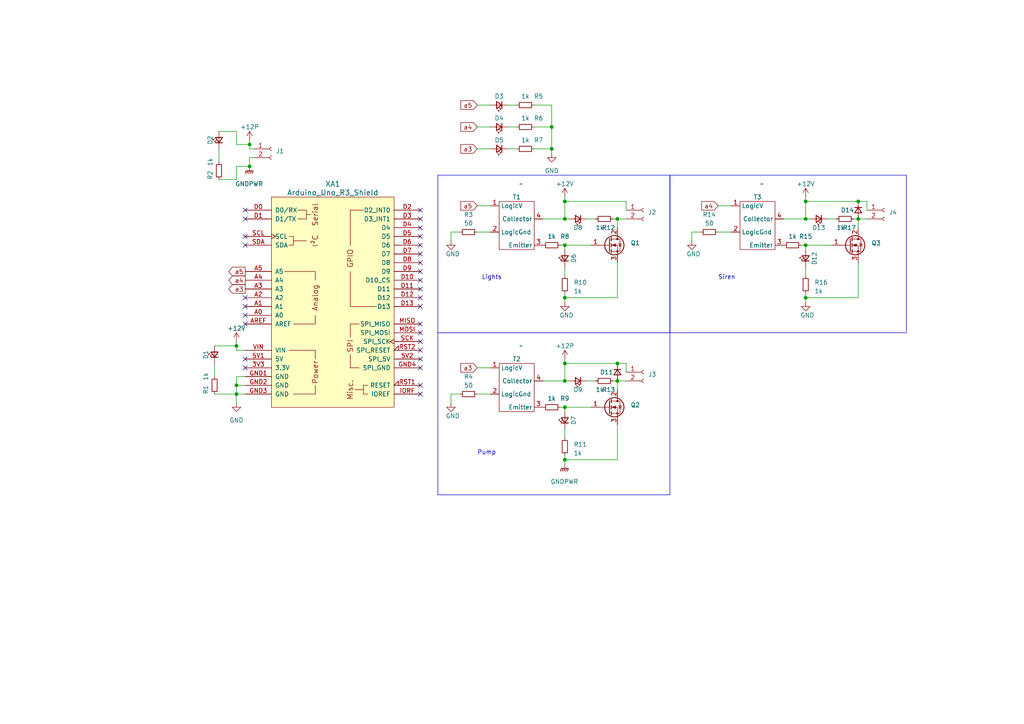
<source format=kicad_sch>
(kicad_sch (version 20230121) (generator eeschema)
  (paper "A4")
  (lib_symbols
    (symbol "Connector:Conn_01x02_Socket" (pin_names (offset 1.016) hide)
      (property "Reference" "J" (at 0 2.54 0))
      (property "Value" "Conn_01x02_Socket" (at 0 -5.08 0))
      (symbol "Conn_01x02_Socket_1_1"
        (arc (start 0 -2.032) (mid -0.5058 -2.54) (end 0 -3.048) (stroke (width 0.1524)))
        (polyline (pts (xy -1.27 -2.54) (xy -0.508 -2.54)) (stroke (width 0.1524)))
        (polyline (pts (xy -1.27 0) (xy -0.508 0)) (stroke (width 0.1524)))
        (arc (start 0 0.508) (mid -0.5058 0) (end 0 -0.508) (stroke (width 0.1524)))
        (pin passive line (at -5.08 0 0) (length 3.81) (name "Pin_1") (number "1"))
        (pin passive line (at -5.08 -2.54 0) (length 3.81) (name "Pin_2") (number "2"))
      )
    )
    (symbol "Device:D_Small" (pin_numbers hide) (pin_names (offset 0.254) hide)
      (property "Reference" "D" (at -1.27 2.032 0))
      (property "Value" "D_Small" (at -3.81 -2.032 0))
      (symbol "D_Small_0_1"
        (polyline (pts (xy -0.762 -1.016) (xy -0.762 1.016)) (stroke (width 0.254)))
        (polyline (pts (xy -0.762 0) (xy 0.762 0)))
        (polyline (pts (xy 0.762 -1.016) (xy -0.762 0) (xy 0.762 1.016) (xy 0.762 -1.016)) (stroke (width 0.254)))
      )
      (symbol "D_Small_1_1"
        (pin passive line (at -2.54 0 0) (length 1.778) (name "K") (number "1"))
        (pin passive line (at 2.54 0 180) (length 1.778) (name "A") (number "2"))
      )
    )
    (symbol "Device:LED_Small" (pin_numbers hide) (pin_names (offset 0.254) hide)
      (property "Reference" "D" (at -1.27 3.175 0))
      (property "Value" "LED_Small" (at -4.445 -2.54 0))
      (symbol "LED_Small_0_1"
        (polyline (pts (xy -0.762 -1.016) (xy -0.762 1.016)) (stroke (width 0.254)))
        (polyline (pts (xy 1.016 0) (xy -0.762 0)))
        (polyline (pts (xy 0.762 -1.016) (xy -0.762 0) (xy 0.762 1.016) (xy 0.762 -1.016)) (stroke (width 0.254)))
        (polyline (pts (xy 0 0.762) (xy -0.508 1.27) (xy -0.254 1.27) (xy -0.508 1.27) (xy -0.508 1.016)))
        (polyline (pts (xy 0.508 1.27) (xy 0 1.778) (xy 0.254 1.778) (xy 0 1.778) (xy 0 1.524)))
      )
      (symbol "LED_Small_1_1"
        (pin passive line (at -2.54 0 0) (length 1.778) (name "K") (number "1"))
        (pin passive line (at 2.54 0 180) (length 1.778) (name "A") (number "2"))
      )
    )
    (symbol "Device:Q_NMOS_GDS" (pin_names (offset 0) hide)
      (property "Reference" "Q" (at 5.08 1.27 0))
      (property "Value" "Q_NMOS_GDS" (at 5.08 -1.27 0))
      (symbol "Q_NMOS_GDS_0_1"
        (polyline (pts (xy 0.254 0) (xy -2.54 0)))
        (polyline (pts (xy 0.254 1.905) (xy 0.254 -1.905)) (stroke (width 0.254)))
        (polyline (pts (xy 0.762 -1.27) (xy 0.762 -2.286)) (stroke (width 0.254)))
        (polyline (pts (xy 0.762 0.508) (xy 0.762 -0.508)) (stroke (width 0.254)))
        (polyline (pts (xy 0.762 2.286) (xy 0.762 1.27)) (stroke (width 0.254)))
        (polyline (pts (xy 2.54 2.54) (xy 2.54 1.778)))
        (polyline (pts (xy 2.54 -2.54) (xy 2.54 0) (xy 0.762 0)))
        (polyline (pts (xy 0.762 -1.778) (xy 3.302 -1.778) (xy 3.302 1.778) (xy 0.762 1.778)))
        (polyline (pts (xy 1.016 0) (xy 2.032 0.381) (xy 2.032 -0.381) (xy 1.016 0)) (fill (type outline)))
        (polyline (pts (xy 2.794 0.508) (xy 2.921 0.381) (xy 3.683 0.381) (xy 3.81 0.254)))
        (polyline (pts (xy 3.302 0.381) (xy 2.921 -0.254) (xy 3.683 -0.254) (xy 3.302 0.381)))
        (circle (center 1.651 0) (radius 2.794) (stroke (width 0.254)))
        (circle (center 2.54 -1.778) (radius 0.254) (fill (type outline)))
        (circle (center 2.54 1.778) (radius 0.254) (fill (type outline)))
      )
      (symbol "Q_NMOS_GDS_1_1"
        (pin input line (at -5.08 0 0) (length 2.54) (name "G") (number "1"))
        (pin passive line (at 2.54 5.08 270) (length 2.54) (name "D") (number "2"))
        (pin passive line (at 2.54 -5.08 90) (length 2.54) (name "S") (number "3"))
      )
    )
    (symbol "Device:R_Small" (pin_numbers hide) (pin_names (offset 0.254) hide)
      (property "Reference" "R" (at 0.762 0.508 0))
      (property "Value" "R_Small" (at 0.762 -1.016 0))
      (symbol "R_Small_0_1"
        (rectangle (start -0.762 1.778) (end 0.762 -1.778) (stroke (width 0.2032)))
      )
      (symbol "R_Small_1_1"
        (pin passive line (at 0 2.54 270) (length 0.762) (name "~") (number "1"))
        (pin passive line (at 0 -2.54 90) (length 0.762) (name "~") (number "2"))
      )
    )
    (symbol "PCM_arduino-library:Arduino_Uno_R3_Shield" (pin_names (offset 1.016))
      (property "Reference" "XA" (at 0 36.83 0))
      (property "Value" "Arduino_Uno_R3_Shield" (at 0 33.02 0))
      (symbol "Arduino_Uno_R3_Shield_0_0"
        (rectangle (start -17.78 30.48) (end 17.78 -30.48) (fill (type background)))
        (rectangle (start -12.7 -13.97) (end -5.08 -13.97))
        (rectangle (start -11.43 -26.67) (end -5.08 -26.67))
        (polyline (pts (xy -11.43 17.78) (xy -7.62 17.78)))
        (polyline (pts (xy -7.62 25.4) (xy -6.35 25.4)))
        (polyline (pts (xy -5.08 -26.67) (xy -5.08 -24.13)))
        (polyline (pts (xy -5.08 -15.24) (xy -5.08 -16.51)))
        (polyline (pts (xy -5.08 -13.97) (xy -5.08 -15.24)))
        (polyline (pts (xy -5.08 -3.81) (xy -5.08 -6.35) (xy -11.43 -6.35)))
        (polyline (pts (xy -5.08 6.35) (xy -5.08 8.89) (xy -13.97 8.89)))
        (polyline (pts (xy 5.08 8.89) (xy 5.08 -1.27) (xy 12.7 -1.27)))
        (polyline (pts (xy 5.08 16.51) (xy 5.08 26.67) (xy 8.89 26.67)))
        (polyline (pts (xy -12.7 19.05) (xy -11.43 19.05) (xy -11.43 16.51) (xy -12.7 16.51)))
        (polyline (pts (xy -10.16 26.67) (xy -7.62 26.67) (xy -7.62 24.13) (xy -10.16 24.13)))
        (rectangle (start 5.08 -19.05) (end 5.08 -15.24))
        (rectangle (start 5.08 -19.05) (end 7.62 -19.05))
        (rectangle (start 5.08 -10.16) (end 5.08 -6.35))
        (rectangle (start 7.62 -6.35) (end 5.08 -6.35))
        (rectangle (start 8.89 -25.4) (end 6.35 -25.4))
        (rectangle (start 8.89 -24.13) (end 8.89 -26.67))
        (rectangle (start 10.16 -26.67) (end 8.89 -26.67))
        (rectangle (start 10.16 -24.13) (end 8.89 -24.13))
        (text "Analog" (at -5.08 1.27 900) (effects (font (size 1.524 1.524))))
        (text "I²C" (at -5.08 17.78 900) (effects (font (size 1.524 1.524))))
        (text "Misc." (at 5.08 -25.4 900) (effects (font (size 1.524 1.524))))
        (text "Power" (at -5.08 -20.32 900) (effects (font (size 1.524 1.524))))
        (text "Serial" (at -5.08 25.4 900) (effects (font (size 1.524 1.524))))
        (text "SPI" (at 5.08 -12.7 900) (effects (font (size 1.524 1.524))))
      )
      (symbol "Arduino_Uno_R3_Shield_1_0"
        (text "GPIO" (at 5.08 12.7 900) (effects (font (size 1.524 1.524))))
      )
      (symbol "Arduino_Uno_R3_Shield_1_1"
        (pin power_out line (at -25.4 -19.05 0) (length 7.62) (name "3.3V") (number "3V3"))
        (pin power_in line (at -25.4 -16.51 0) (length 7.62) (name "5V") (number "5V1"))
        (pin power_in line (at 25.4 -16.51 180) (length 7.62) (name "SPI_5V") (number "5V2"))
        (pin bidirectional line (at -25.4 -3.81 0) (length 7.62) (name "A0") (number "A0"))
        (pin bidirectional line (at -25.4 -1.27 0) (length 7.62) (name "A1") (number "A1"))
        (pin bidirectional line (at -25.4 1.27 0) (length 7.62) (name "A2") (number "A2"))
        (pin bidirectional line (at -25.4 3.81 0) (length 7.62) (name "A3") (number "A3"))
        (pin bidirectional line (at -25.4 6.35 0) (length 7.62) (name "A4") (number "A4"))
        (pin bidirectional line (at -25.4 8.89 0) (length 7.62) (name "A5") (number "A5"))
        (pin input line (at -25.4 -6.35 0) (length 7.62) (name "AREF") (number "AREF"))
        (pin bidirectional line (at -25.4 26.67 0) (length 7.62) (name "D0/RX") (number "D0"))
        (pin bidirectional line (at -25.4 24.13 0) (length 7.62) (name "D1/TX") (number "D1"))
        (pin bidirectional line (at 25.4 6.35 180) (length 7.62) (name "D10_CS") (number "D10"))
        (pin bidirectional line (at 25.4 3.81 180) (length 7.62) (name "D11") (number "D11"))
        (pin bidirectional line (at 25.4 1.27 180) (length 7.62) (name "D12") (number "D12"))
        (pin bidirectional line (at 25.4 -1.27 180) (length 7.62) (name "D13") (number "D13"))
        (pin bidirectional line (at 25.4 26.67 180) (length 7.62) (name "D2_INT0") (number "D2"))
        (pin bidirectional line (at 25.4 24.13 180) (length 7.62) (name "D3_INT1") (number "D3"))
        (pin bidirectional line (at 25.4 21.59 180) (length 7.62) (name "D4") (number "D4"))
        (pin bidirectional line (at 25.4 19.05 180) (length 7.62) (name "D5") (number "D5"))
        (pin bidirectional line (at 25.4 16.51 180) (length 7.62) (name "D6") (number "D6"))
        (pin bidirectional line (at 25.4 13.97 180) (length 7.62) (name "D7") (number "D7"))
        (pin bidirectional line (at 25.4 11.43 180) (length 7.62) (name "D8") (number "D8"))
        (pin bidirectional line (at 25.4 8.89 180) (length 7.62) (name "D9") (number "D9"))
        (pin power_in line (at -25.4 -21.59 0) (length 7.62) (name "GND") (number "GND1"))
        (pin power_in line (at -25.4 -24.13 0) (length 7.62) (name "GND") (number "GND2"))
        (pin power_in line (at -25.4 -26.67 0) (length 7.62) (name "GND") (number "GND3"))
        (pin power_in line (at 25.4 -19.05 180) (length 7.62) (name "SPI_GND") (number "GND4"))
        (pin output line (at 25.4 -26.67 180) (length 7.62) (name "IOREF") (number "IORF"))
        (pin input line (at 25.4 -6.35 180) (length 7.62) (name "SPI_MISO") (number "MISO"))
        (pin output line (at 25.4 -8.89 180) (length 7.62) (name "SPI_MOSI") (number "MOSI"))
        (pin open_collector input_low (at 25.4 -24.13 180) (length 7.62) (name "RESET") (number "RST1"))
        (pin open_collector input_low (at 25.4 -13.97 180) (length 7.62) (name "SPI_RESET") (number "RST2"))
        (pin output clock (at 25.4 -11.43 180) (length 7.62) (name "SPI_SCK") (number "SCK"))
        (pin bidirectional clock (at -25.4 19.05 0) (length 7.62) (name "SCL") (number "SCL"))
        (pin bidirectional line (at -25.4 16.51 0) (length 7.62) (name "SDA") (number "SDA"))
        (pin power_in line (at -25.4 -13.97 0) (length 7.62) (name "VIN") (number "VIN"))
      )
    )
    (symbol "opto:V0617A"
      (property "Reference" "T" (at 3.81 5.08 0))
      (symbol "V0617A_0_1"
        (rectangle (start -3.81 3.81) (end 6.35 -10.16))
      )
      (symbol "V0617A_1_1"
        (pin passive line (at -6.35 2.54 0) (length 2.54) (name "LogicV") (number "1"))
        (pin passive line (at -6.35 -5.08 0) (length 2.54) (name "LogicGnd") (number "2"))
        (pin passive line (at 8.89 -8.89 180) (length 2.54) (name "Emitter") (number "3"))
        (pin passive line (at 8.89 -1.27 180) (length 2.54) (name "Collector") (number "4"))
      )
    )
    (symbol "power:+12P" (power) (pin_names (offset 0))
      (property "Value" "+12P" (at 0 3.556 0))
      (symbol "+12P_0_1"
        (polyline (pts (xy -0.762 1.27) (xy 0 2.54)))
        (polyline (pts (xy 0 0) (xy 0 2.54)))
        (polyline (pts (xy 0 2.54) (xy 0.762 1.27)))
      )
      (symbol "+12P_1_1"
        (pin power_in line (at 0 0 90) (length 0) hide (name "+12P") (number "1"))
      )
    )
    (symbol "power:+12V" (power) (pin_names (offset 0))
      (property "Value" "+12V" (at 0 3.556 0))
      (symbol "+12V_0_1"
        (polyline (pts (xy -0.762 1.27) (xy 0 2.54)))
        (polyline (pts (xy 0 0) (xy 0 2.54)))
        (polyline (pts (xy 0 2.54) (xy 0.762 1.27)))
      )
      (symbol "+12V_1_1"
        (pin power_in line (at 0 0 90) (length 0) hide (name "+12V") (number "1"))
      )
    )
    (symbol "power:GND" (power) (pin_names (offset 0))
      (property "Value" "GND" (at 0 -3.81 0))
      (symbol "GND_0_1"
        (polyline (pts (xy 0 0) (xy 0 -1.27) (xy 1.27 -1.27) (xy 0 -2.54) (xy -1.27 -1.27) (xy 0 -1.27)))
      )
      (symbol "GND_1_1"
        (pin power_in line (at 0 0 270) (length 0) hide (name "GND") (number "1"))
      )
    )
    (symbol "power:GNDPWR" (power) (pin_names (offset 0))
      (property "Value" "GNDPWR" (at 0 -3.302 0))
      (symbol "GNDPWR_0_1"
        (polyline (pts (xy 0 -1.27) (xy 0 0)))
        (polyline (pts (xy -1.016 -1.27) (xy -1.27 -2.032) (xy -1.27 -2.032)) (stroke (width 0.2032)))
        (polyline (pts (xy -0.508 -1.27) (xy -0.762 -2.032) (xy -0.762 -2.032)) (stroke (width 0.2032)))
        (polyline (pts (xy 0 -1.27) (xy -0.254 -2.032) (xy -0.254 -2.032)) (stroke (width 0.2032)))
        (polyline (pts (xy 0.508 -1.27) (xy 0.254 -2.032) (xy 0.254 -2.032)) (stroke (width 0.2032)))
        (polyline (pts (xy 1.016 -1.27) (xy -1.016 -1.27) (xy -1.016 -1.27)) (stroke (width 0.2032)))
        (polyline (pts (xy 1.016 -1.27) (xy 0.762 -2.032) (xy 0.762 -2.032) (xy 0.762 -2.032)) (stroke (width 0.2032)))
      )
      (symbol "GNDPWR_1_1"
        (pin power_in line (at 0 0 270) (length 0) hide (name "GNDPWR") (number "1"))
      )
    )
  )
  (junction (at 233.68 58.42))
  (junction (at 179.07 63.5))
  (junction (at 179.07 110.49))
  (junction (at 163.83 71.12))
  (junction (at 233.68 63.5))
  (junction (at 248.92 63.5))
  (junction (at 68.58 114.3))
  (junction (at 248.92 58.42))
  (junction (at 163.83 58.42))
  (junction (at 233.68 86.36))
  (junction (at 160.02 36.83))
  (junction (at 72.39 48.26))
  (junction (at 179.07 105.41))
  (junction (at 163.83 133.35))
  (junction (at 163.83 110.49))
  (junction (at 68.58 111.76))
  (junction (at 160.02 43.18))
  (junction (at 68.58 100.33))
  (junction (at 72.39 41.91))
  (junction (at 163.83 63.5))
  (junction (at 233.68 71.12))
  (junction (at 163.83 105.41))
  (junction (at 163.83 118.11))
  (junction (at 163.83 86.36))
  (no_connect (at 121.92 88.9))
  (no_connect (at 121.92 68.58))
  (no_connect (at 121.92 86.36))
  (no_connect (at 121.92 106.68))
  (no_connect (at 71.12 88.9))
  (no_connect (at 71.12 68.58))
  (no_connect (at 71.12 71.12))
  (no_connect (at 121.92 104.14))
  (no_connect (at 121.92 76.2))
  (no_connect (at 121.92 78.74))
  (no_connect (at 71.12 93.98))
  (no_connect (at 71.12 63.5))
  (no_connect (at 121.92 81.28))
  (no_connect (at 121.92 96.52))
  (no_connect (at 121.92 63.5))
  (no_connect (at 121.92 60.96))
  (no_connect (at 71.12 106.68))
  (no_connect (at 71.12 86.36))
  (no_connect (at 121.92 99.06))
  (no_connect (at 121.92 73.66))
  (no_connect (at 121.92 83.82))
  (no_connect (at 121.92 66.04))
  (no_connect (at 71.12 60.96))
  (no_connect (at 121.92 111.76))
  (no_connect (at 121.92 93.98))
  (no_connect (at 71.12 104.14))
  (no_connect (at 121.92 71.12))
  (no_connect (at 71.12 91.44))
  (no_connect (at 121.92 101.6))
  (no_connect (at 121.92 114.3))
  (wire (pts (xy 63.5 52.07) (xy 68.58 52.07)))
  (wire (pts (xy 179.07 123.19) (xy 179.07 133.35)))
  (wire (pts (xy 181.61 105.41) (xy 181.61 107.95)))
  (wire (pts (xy 170.18 63.5) (xy 172.72 63.5)))
  (wire (pts (xy 147.32 30.48) (xy 149.86 30.48)))
  (wire (pts (xy 163.83 118.11) (xy 171.45 118.11)))
  (wire (pts (xy 208.28 59.69) (xy 212.09 59.69)))
  (wire (pts (xy 179.07 110.49) (xy 179.07 113.03)))
  (wire (pts (xy 165.1 63.5) (xy 163.83 63.5)))
  (wire (pts (xy 233.68 71.12) (xy 233.68 72.39)))
  (wire (pts (xy 130.81 114.3) (xy 133.35 114.3)))
  (wire (pts (xy 163.83 77.47) (xy 163.83 80.01)))
  (wire (pts (xy 138.43 59.69) (xy 142.24 59.69)))
  (wire (pts (xy 233.68 71.12) (xy 241.3 71.12)))
  (wire (pts (xy 165.1 110.49) (xy 163.83 110.49)))
  (wire (pts (xy 163.83 58.42) (xy 181.61 58.42)))
  (wire (pts (xy 163.83 118.11) (xy 163.83 119.38)))
  (wire (pts (xy 233.68 58.42) (xy 233.68 57.15)))
  (wire (pts (xy 154.94 30.48) (xy 160.02 30.48)))
  (wire (pts (xy 72.39 48.26) (xy 72.39 45.72)))
  (wire (pts (xy 68.58 99.06) (xy 68.58 100.33)))
  (wire (pts (xy 163.83 133.35) (xy 163.83 134.62)))
  (wire (pts (xy 72.39 40.64) (xy 72.39 41.91)))
  (wire (pts (xy 130.81 67.31) (xy 130.81 69.85)))
  (wire (pts (xy 181.61 58.42) (xy 181.61 60.96)))
  (wire (pts (xy 138.43 106.68) (xy 142.24 106.68)))
  (wire (pts (xy 208.28 67.31) (xy 212.09 67.31)))
  (wire (pts (xy 68.58 38.1) (xy 63.5 38.1)))
  (wire (pts (xy 181.61 63.5) (xy 179.07 63.5)))
  (wire (pts (xy 248.92 86.36) (xy 233.68 86.36)))
  (wire (pts (xy 138.43 67.31) (xy 142.24 67.31)))
  (wire (pts (xy 251.46 58.42) (xy 251.46 60.96)))
  (wire (pts (xy 200.66 67.31) (xy 203.2 67.31)))
  (wire (pts (xy 163.83 124.46) (xy 163.83 127)))
  (wire (pts (xy 68.58 41.91) (xy 68.58 38.1)))
  (wire (pts (xy 179.07 133.35) (xy 163.83 133.35)))
  (wire (pts (xy 233.68 58.42) (xy 233.68 63.5)))
  (wire (pts (xy 163.83 105.41) (xy 163.83 104.14)))
  (wire (pts (xy 227.33 63.5) (xy 233.68 63.5)))
  (wire (pts (xy 163.83 132.08) (xy 163.83 133.35)))
  (wire (pts (xy 68.58 101.6) (xy 71.12 101.6)))
  (wire (pts (xy 68.58 109.22) (xy 68.58 111.76)))
  (wire (pts (xy 163.83 85.09) (xy 163.83 86.36)))
  (wire (pts (xy 68.58 48.26) (xy 72.39 48.26)))
  (wire (pts (xy 163.83 71.12) (xy 171.45 71.12)))
  (wire (pts (xy 72.39 41.91) (xy 72.39 43.18)))
  (wire (pts (xy 181.61 110.49) (xy 179.07 110.49)))
  (wire (pts (xy 62.23 100.33) (xy 68.58 100.33)))
  (wire (pts (xy 233.68 86.36) (xy 233.68 87.63)))
  (wire (pts (xy 157.48 63.5) (xy 163.83 63.5)))
  (wire (pts (xy 247.65 63.5) (xy 248.92 63.5)))
  (wire (pts (xy 157.48 110.49) (xy 163.83 110.49)))
  (wire (pts (xy 179.07 86.36) (xy 163.83 86.36)))
  (wire (pts (xy 62.23 105.41) (xy 62.23 109.22)))
  (wire (pts (xy 72.39 43.18) (xy 73.66 43.18)))
  (wire (pts (xy 138.43 30.48) (xy 142.24 30.48)))
  (wire (pts (xy 62.23 114.3) (xy 68.58 114.3)))
  (wire (pts (xy 177.8 110.49) (xy 179.07 110.49)))
  (wire (pts (xy 160.02 36.83) (xy 160.02 43.18)))
  (wire (pts (xy 251.46 63.5) (xy 248.92 63.5)))
  (wire (pts (xy 179.07 105.41) (xy 181.61 105.41)))
  (wire (pts (xy 240.03 63.5) (xy 242.57 63.5)))
  (wire (pts (xy 154.94 36.83) (xy 160.02 36.83)))
  (wire (pts (xy 163.83 71.12) (xy 163.83 72.39)))
  (wire (pts (xy 177.8 63.5) (xy 179.07 63.5)))
  (wire (pts (xy 68.58 111.76) (xy 71.12 111.76)))
  (wire (pts (xy 72.39 41.91) (xy 68.58 41.91)))
  (wire (pts (xy 147.32 36.83) (xy 149.86 36.83)))
  (wire (pts (xy 68.58 100.33) (xy 68.58 101.6)))
  (wire (pts (xy 233.68 77.47) (xy 233.68 80.01)))
  (wire (pts (xy 160.02 30.48) (xy 160.02 36.83)))
  (wire (pts (xy 68.58 111.76) (xy 68.58 114.3)))
  (wire (pts (xy 234.95 63.5) (xy 233.68 63.5)))
  (wire (pts (xy 160.02 43.18) (xy 160.02 44.45)))
  (wire (pts (xy 200.66 67.31) (xy 200.66 69.85)))
  (wire (pts (xy 154.94 43.18) (xy 160.02 43.18)))
  (wire (pts (xy 232.41 71.12) (xy 233.68 71.12)))
  (wire (pts (xy 170.18 110.49) (xy 172.72 110.49)))
  (wire (pts (xy 163.83 105.41) (xy 179.07 105.41)))
  (wire (pts (xy 138.43 43.18) (xy 142.24 43.18)))
  (wire (pts (xy 138.43 36.83) (xy 142.24 36.83)))
  (wire (pts (xy 248.92 63.5) (xy 248.92 66.04)))
  (wire (pts (xy 68.58 114.3) (xy 71.12 114.3)))
  (wire (pts (xy 248.92 76.2) (xy 248.92 86.36)))
  (wire (pts (xy 68.58 114.3) (xy 68.58 116.84)))
  (wire (pts (xy 233.68 58.42) (xy 248.92 58.42)))
  (wire (pts (xy 63.5 43.18) (xy 63.5 46.99)))
  (wire (pts (xy 179.07 76.2) (xy 179.07 86.36)))
  (wire (pts (xy 68.58 52.07) (xy 68.58 48.26)))
  (wire (pts (xy 233.68 85.09) (xy 233.68 86.36)))
  (wire (pts (xy 147.32 43.18) (xy 149.86 43.18)))
  (wire (pts (xy 163.83 105.41) (xy 163.83 110.49)))
  (wire (pts (xy 163.83 86.36) (xy 163.83 87.63)))
  (wire (pts (xy 138.43 114.3) (xy 142.24 114.3)))
  (wire (pts (xy 72.39 45.72) (xy 73.66 45.72)))
  (wire (pts (xy 162.56 71.12) (xy 163.83 71.12)))
  (wire (pts (xy 68.58 109.22) (xy 71.12 109.22)))
  (wire (pts (xy 179.07 63.5) (xy 179.07 66.04)))
  (wire (pts (xy 162.56 118.11) (xy 163.83 118.11)))
  (wire (pts (xy 248.92 58.42) (xy 251.46 58.42)))
  (wire (pts (xy 130.81 67.31) (xy 133.35 67.31)))
  (wire (pts (xy 130.81 114.3) (xy 130.81 116.84)))
  (wire (pts (xy 163.83 58.42) (xy 163.83 57.15)))
  (wire (pts (xy 163.83 58.42) (xy 163.83 63.5)))
  (rectangle (start 194.31 50.8) (end 262.89 96.52))
  (rectangle (start 127 50.8) (end 194.31 96.52))
  (rectangle (start 127 96.52) (end 194.31 143.51))
  (text "Siren" (at 208.28 81.28 0) (effects (font (size 1.27 1.27)) (justify left bottom)))
  (text "Pump" (at 138.43 132.08 0) (effects (font (size 1.27 1.27)) (justify left bottom)))
  (text "Lights" (at 139.7 81.28 0) (effects (font (size 1.27 1.27)) (justify left bottom)))
  (global_label "a5" (shape input) (at 138.43 59.69 180) (property "Intersheetrefs" "${INTERSHEET_REFS}" (effects hide)))
  (global_label "a5" (shape output) (at 71.12 78.74 180) (property "Intersheetrefs" "${INTERSHEET_REFS}" (effects hide)))
  (global_label "a3" (shape input) (at 138.43 43.18 180) (property "Intersheetrefs" "${INTERSHEET_REFS}" (effects hide)))
  (global_label "a5" (shape input) (at 138.43 30.48 180) (property "Intersheetrefs" "${INTERSHEET_REFS}" (effects hide)))
  (global_label "a3" (shape input) (at 138.43 106.68 180) (property "Intersheetrefs" "${INTERSHEET_REFS}" (effects hide)))
  (global_label "a3" (shape output) (at 71.12 83.82 180) (property "Intersheetrefs" "${INTERSHEET_REFS}" (effects hide)))
  (global_label "a4" (shape input) (at 208.28 59.69 180) (property "Intersheetrefs" "${INTERSHEET_REFS}" (effects hide)))
  (global_label "a4" (shape output) (at 71.12 81.28 180) (property "Intersheetrefs" "${INTERSHEET_REFS}" (effects hide)))
  (global_label "a4" (shape input) (at 138.43 36.83 180) (property "Intersheetrefs" "${INTERSHEET_REFS}" (effects hide)))
  (symbol (lib_id "power:GNDPWR") (at 72.39 48.26 0) (unit 1)
    (property "Reference" "#PWR04" (effects hide))
    (property "Value" "GNDPWR" (at 72.263 53.34 0))
  )
  (symbol (lib_id "power:GND") (at 200.66 69.85 0) (unit 1)
    (property "Reference" "#PWR012" (effects hide))
    (property "Value" "GND" (at 203.2 73.66 0) (effects (justify right)))
  )
  (symbol (lib_id "power:GNDPWR") (at 163.83 134.62 0) (unit 1)
    (property "Reference" "#PWR011" (effects hide))
    (property "Value" "GNDPWR" (at 163.703 139.7 0))
  )
  (symbol (lib_id "Device:LED_Small") (at 167.64 110.49 180) (unit 1)
    (property "Reference" "D9" (at 167.64 113.03 0))
    (property "Value" "LED_Small" (effects hide))
    (property "Footprint" "LED_SMD:LED_0603_1608Metric_Pad1.05x0.95mm_HandSolder" (effects hide))
  )
  (symbol (lib_id "Device:LED_Small") (at 144.78 43.18 180) (unit 1)
    (property "Reference" "D5" (at 144.78 40.64 0))
    (property "Value" "LED_Small" (effects hide))
    (property "Footprint" "LED_SMD:LED_0603_1608Metric_Pad1.05x0.95mm_HandSolder" (effects hide))
  )
  (symbol (lib_id "Device:R_Small") (at 205.74 67.31 90) (unit 1)
    (property "Reference" "R14" (at 205.74 62.23 90))
    (property "Value" "50" (at 205.74 64.77 90))
    (property "Footprint" "Resistor_SMD:R_0603_1608Metric_Pad0.98x0.95mm_HandSolder" (effects hide))
  )
  (symbol (lib_id "Device:D_Small") (at 248.92 60.96 270) (unit 1)
    (property "Reference" "D14" (at 243.84 60.96 90) (effects (justify left)))
    (property "Value" "D_Small" (effects hide))
    (property "Footprint" "Package_TO_SOT_THT:TO-220-2_Horizontal_TabDown" (effects hide))
    (property "Sim.Device" "D" (effects hide))
    (property "Sim.Pins" "1=K 2=A" (effects hide))
  )
  (symbol (lib_id "power:+12V") (at 163.83 57.15 0) (unit 1)
    (property "Reference" "#PWR08" (effects hide))
    (property "Value" "+12V" (at 163.83 53.34 0))
  )
  (symbol (lib_id "Device:R_Small") (at 233.68 82.55 0) (unit 1)
    (property "Reference" "R16" (at 236.22 81.915 0) (effects (justify left)))
    (property "Value" "1k" (at 236.22 84.455 0) (effects (justify left)))
    (property "Footprint" "Resistor_SMD:R_0603_1608Metric_Pad0.98x0.95mm_HandSolder" (effects hide))
  )
  (symbol (lib_id "power:GND") (at 130.81 69.85 0) (unit 1)
    (property "Reference" "#PWR05" (effects hide))
    (property "Value" "GND" (at 133.35 73.66 0) (effects (justify right)))
  )
  (symbol (lib_id "Device:R_Small") (at 135.89 114.3 90) (unit 1)
    (property "Reference" "R4" (at 135.89 109.22 90))
    (property "Value" "50" (at 135.89 111.76 90))
    (property "Footprint" "Resistor_SMD:R_0603_1608Metric_Pad0.98x0.95mm_HandSolder" (effects hide))
  )
  (symbol (lib_id "Device:R_Small") (at 152.4 43.18 90) (unit 1)
    (property "Reference" "R7" (at 156.21 40.64 90))
    (property "Value" "1k" (at 152.4 40.64 90))
    (property "Footprint" "Resistor_SMD:R_0603_1608Metric_Pad0.98x0.95mm_HandSolder" (effects hide))
  )
  (symbol (lib_id "Device:LED_Small") (at 163.83 74.93 90) (unit 1)
    (property "Reference" "D6" (at 166.37 74.93 0))
    (property "Value" "LED_Small" (effects hide))
    (property "Footprint" "LED_SMD:LED_0603_1608Metric_Pad1.05x0.95mm_HandSolder" (effects hide))
  )
  (symbol (lib_id "Device:LED_Small") (at 144.78 30.48 180) (unit 1)
    (property "Reference" "D3" (at 144.78 27.94 0))
    (property "Value" "LED_Small" (effects hide))
    (property "Footprint" "LED_SMD:LED_0603_1608Metric_Pad1.05x0.95mm_HandSolder" (effects hide))
  )
  (symbol (lib_id "power:GND") (at 130.81 116.84 0) (unit 1)
    (property "Reference" "#PWR06" (effects hide))
    (property "Value" "GND" (at 133.35 120.65 0) (effects (justify right)))
  )
  (symbol (lib_id "Device:R_Small") (at 163.83 82.55 0) (unit 1)
    (property "Reference" "R10" (at 166.37 81.915 0) (effects (justify left)))
    (property "Value" "1k" (at 166.37 84.455 0) (effects (justify left)))
    (property "Footprint" "Resistor_SMD:R_0603_1608Metric_Pad0.98x0.95mm_HandSolder" (effects hide))
  )
  (symbol (lib_id "Device:LED_Small") (at 62.23 102.87 90) (unit 1)
    (property "Reference" "D1" (at 59.69 102.87 0))
    (property "Value" "LED_Small" (effects hide))
    (property "Footprint" "LED_SMD:LED_0603_1608Metric_Pad1.05x0.95mm_HandSolder" (effects hide))
  )
  (symbol (lib_id "Device:LED_Small") (at 163.83 121.92 90) (unit 1)
    (property "Reference" "D7" (at 166.37 121.92 0))
    (property "Value" "LED_Small" (effects hide))
    (property "Footprint" "LED_SMD:LED_0603_1608Metric_Pad1.05x0.95mm_HandSolder" (effects hide))
  )
  (symbol (lib_id "Device:R_Small") (at 152.4 30.48 90) (unit 1)
    (property "Reference" "R5" (at 156.21 27.94 90))
    (property "Value" "1k" (at 152.4 27.94 90))
    (property "Footprint" "Resistor_SMD:R_0603_1608Metric_Pad0.98x0.95mm_HandSolder" (effects hide))
  )
  (symbol (lib_id "Device:R_Small") (at 175.26 110.49 90) (unit 1)
    (property "Reference" "R13" (at 176.53 113.03 90))
    (property "Value" "1k" (at 173.99 113.03 90))
    (property "Footprint" "Resistor_SMD:R_0603_1608Metric_Pad0.98x0.95mm_HandSolder" (effects hide))
  )
  (symbol (lib_id "Device:R_Small") (at 135.89 67.31 90) (unit 1)
    (property "Reference" "R3" (at 135.89 62.23 90))
    (property "Value" "50" (at 135.89 64.77 90))
    (property "Footprint" "Resistor_SMD:R_0603_1608Metric_Pad0.98x0.95mm_HandSolder" (effects hide))
  )
  (symbol (lib_id "power:GND") (at 233.68 87.63 0) (unit 1)
    (property "Reference" "#PWR014" (effects hide))
    (property "Value" "GND" (at 236.22 91.44 0) (effects (justify right)))
  )
  (symbol (lib_id "Connector:Conn_01x02_Socket") (at 186.69 107.95 0) (unit 1)
    (property "Reference" "J3" (at 187.96 108.585 0) (effects (justify left)))
    (property "Value" "Conn_01x02_Socket" (effects hide))
    (property "Footprint" "Connector_Phoenix_MC:PhoenixContact_MC_1,5_2-G-3.5_1x02_P3.50mm_Horizontal" (effects hide))
  )
  (symbol (lib_id "opto:V0617A") (at 148.59 62.23 0) (unit 1)
    (property "Reference" "T1" (at 149.86 57.15 0))
    (property "Value" "~" (at 151.13 53.34 0))
    (property "Footprint" "Package_DIP:DIP-4_W7.62mm" (effects hide))
  )
  (symbol (lib_id "Device:Q_NMOS_GDS") (at 176.53 71.12 0) (unit 1)
    (property "Reference" "Q1" (at 182.88 70.485 0) (effects (justify left)))
    (property "Value" "Q_NMOS_GDS" (effects hide))
    (property "Footprint" "Package_TO_SOT_THT:TO-220-3_Horizontal_TabDown" (effects hide))
  )
  (symbol (lib_id "Device:R_Small") (at 160.02 118.11 90) (unit 1)
    (property "Reference" "R9" (at 163.83 115.57 90))
    (property "Value" "1k" (at 160.02 115.57 90))
    (property "Footprint" "Resistor_SMD:R_0603_1608Metric_Pad0.98x0.95mm_HandSolder" (effects hide))
  )
  (symbol (lib_id "Device:R_Small") (at 163.83 129.54 0) (unit 1)
    (property "Reference" "R11" (at 166.37 128.905 0) (effects (justify left)))
    (property "Value" "1k" (at 166.37 131.445 0) (effects (justify left)))
    (property "Footprint" "Resistor_SMD:R_0603_1608Metric_Pad0.98x0.95mm_HandSolder" (effects hide))
  )
  (symbol (lib_id "power:+12V") (at 68.58 99.06 0) (unit 1)
    (property "Reference" "#PWR01" (effects hide))
    (property "Value" "+12V" (at 68.58 95.25 0))
  )
  (symbol (lib_id "Device:Q_NMOS_GDS") (at 176.53 118.11 0) (unit 1)
    (property "Reference" "Q2" (at 182.88 117.475 0) (effects (justify left)))
    (property "Value" "Q_NMOS_GDS" (effects hide))
    (property "Footprint" "Package_TO_SOT_THT:TO-220-3_Horizontal_TabDown" (effects hide))
  )
  (symbol (lib_id "Connector:Conn_01x02_Socket") (at 186.69 60.96 0) (unit 1)
    (property "Reference" "J2" (at 187.96 61.595 0) (effects (justify left)))
    (property "Value" "Conn_01x02_Socket" (effects hide))
    (property "Footprint" "Connector_Phoenix_MC:PhoenixContact_MC_1,5_2-G-3.5_1x02_P3.50mm_Horizontal" (effects hide))
  )
  (symbol (lib_id "opto:V0617A") (at 218.44 62.23 0) (unit 1)
    (property "Reference" "T3" (at 219.71 57.15 0))
    (property "Value" "~" (at 220.98 53.34 0))
    (property "Footprint" "Package_DIP:DIP-4_W7.62mm" (effects hide))
  )
  (symbol (lib_id "power:GND") (at 160.02 44.45 0) (unit 1)
    (property "Reference" "#PWR07" (effects hide))
    (property "Value" "GND" (at 160.02 49.53 0))
  )
  (symbol (lib_id "Device:R_Small") (at 63.5 49.53 0) (unit 1)
    (property "Reference" "R2" (at 60.96 50.8 90))
    (property "Value" "1k" (at 60.96 46.99 90))
    (property "Footprint" "Resistor_SMD:R_0603_1608Metric_Pad0.98x0.95mm_HandSolder" (effects hide))
  )
  (symbol (lib_id "Device:R_Small") (at 62.23 111.76 0) (unit 1)
    (property "Reference" "R1" (at 59.69 113.03 90))
    (property "Value" "1k" (at 59.69 109.22 90))
    (property "Footprint" "Resistor_SMD:R_0603_1608Metric_Pad0.98x0.95mm_HandSolder" (effects hide))
  )
  (symbol (lib_id "Device:D_Small") (at 179.07 107.95 270) (unit 1)
    (property "Reference" "D11" (at 173.99 107.95 90) (effects (justify left)))
    (property "Value" "D_Small" (effects hide))
    (property "Footprint" "Package_TO_SOT_THT:TO-220-2_Horizontal_TabDown" (effects hide))
    (property "Sim.Device" "D" (effects hide))
    (property "Sim.Pins" "1=K 2=A" (effects hide))
  )
  (symbol (lib_id "power:GND") (at 163.83 87.63 0) (unit 1)
    (property "Reference" "#PWR09" (effects hide))
    (property "Value" "GND" (at 166.37 91.44 0) (effects (justify right)))
  )
  (symbol (lib_id "Connector:Conn_01x02_Socket") (at 256.54 60.96 0) (unit 1)
    (property "Reference" "J4" (at 257.81 61.595 0) (effects (justify left)))
    (property "Value" "Conn_01x02_Socket" (effects hide))
    (property "Footprint" "Connector_Phoenix_MC:PhoenixContact_MC_1,5_2-G-3.5_1x02_P3.50mm_Horizontal" (effects hide))
  )
  (symbol (lib_id "Device:R_Small") (at 160.02 71.12 90) (unit 1)
    (property "Reference" "R8" (at 163.83 68.58 90))
    (property "Value" "1k" (at 160.02 68.58 90))
    (property "Footprint" "Resistor_SMD:R_0603_1608Metric_Pad0.98x0.95mm_HandSolder" (effects hide))
  )
  (symbol (lib_id "power:+12P") (at 163.83 104.14 0) (unit 1)
    (property "Reference" "#PWR010" (effects hide))
    (property "Value" "+12P" (at 163.83 100.33 0))
  )
  (symbol (lib_id "Device:LED_Small") (at 237.49 63.5 180) (unit 1)
    (property "Reference" "D13" (at 237.49 66.04 0))
    (property "Value" "LED_Small" (effects hide))
    (property "Footprint" "LED_SMD:LED_0603_1608Metric_Pad1.05x0.95mm_HandSolder" (effects hide))
  )
  (symbol (lib_id "Connector:Conn_01x02_Socket") (at 78.74 43.18 0) (unit 1)
    (property "Reference" "J1" (at 80.01 43.815 0) (effects (justify left)))
    (property "Value" "Conn_01x02_Socket" (effects hide))
    (property "Footprint" "Connector_Phoenix_MC:PhoenixContact_MC_1,5_2-G-3.5_1x02_P3.50mm_Horizontal" (effects hide))
  )
  (symbol (lib_id "power:+12V") (at 233.68 57.15 0) (unit 1)
    (property "Reference" "#PWR013" (effects hide))
    (property "Value" "+12V" (at 233.68 53.34 0))
  )
  (symbol (lib_id "Device:Q_NMOS_GDS") (at 246.38 71.12 0) (unit 1)
    (property "Reference" "Q3" (at 252.73 70.485 0) (effects (justify left)))
    (property "Value" "Q_NMOS_GDS" (effects hide))
    (property "Footprint" "Package_TO_SOT_THT:TO-220-3_Horizontal_TabDown" (effects hide))
  )
  (symbol (lib_id "Device:R_Small") (at 175.26 63.5 90) (unit 1)
    (property "Reference" "R12" (at 176.53 66.04 90))
    (property "Value" "1k" (at 173.99 66.04 90))
    (property "Footprint" "Resistor_SMD:R_0603_1608Metric_Pad0.98x0.95mm_HandSolder" (effects hide))
  )
  (symbol (lib_id "power:+12P") (at 72.39 40.64 0) (unit 1)
    (property "Reference" "#PWR03" (effects hide))
    (property "Value" "+12P" (at 72.39 36.83 0))
  )
  (symbol (lib_id "Device:LED_Small") (at 63.5 40.64 90) (unit 1)
    (property "Reference" "D2" (at 60.96 40.64 0))
    (property "Value" "LED_Small" (effects hide))
    (property "Footprint" "LED_SMD:LED_0603_1608Metric_Pad1.05x0.95mm_HandSolder" (effects hide))
  )
  (symbol (lib_id "Device:LED_Small") (at 167.64 63.5 180) (unit 1)
    (property "Reference" "D8" (at 167.64 66.04 0))
    (property "Value" "LED_Small" (effects hide))
    (property "Footprint" "LED_SMD:LED_0603_1608Metric_Pad1.05x0.95mm_HandSolder" (effects hide))
  )
  (symbol (lib_id "Device:R_Small") (at 152.4 36.83 90) (unit 1)
    (property "Reference" "R6" (at 156.21 34.29 90))
    (property "Value" "1k" (at 152.4 34.29 90))
    (property "Footprint" "Resistor_SMD:R_0603_1608Metric_Pad0.98x0.95mm_HandSolder" (effects hide))
  )
  (symbol (lib_id "Device:R_Small") (at 229.87 71.12 90) (unit 1)
    (property "Reference" "R15" (at 233.68 68.58 90))
    (property "Value" "1k" (at 229.87 68.58 90))
    (property "Footprint" "Resistor_SMD:R_0603_1608Metric_Pad0.98x0.95mm_HandSolder" (effects hide))
  )
  (symbol (lib_id "Device:LED_Small") (at 233.68 74.93 90) (unit 1)
    (property "Reference" "D12" (at 236.22 74.93 0))
    (property "Value" "LED_Small" (effects hide))
    (property "Footprint" "LED_SMD:LED_0603_1608Metric_Pad1.05x0.95mm_HandSolder" (effects hide))
  )
  (symbol (lib_id "Device:LED_Small") (at 144.78 36.83 180) (unit 1)
    (property "Reference" "D4" (at 144.78 34.29 0))
    (property "Value" "LED_Small" (effects hide))
    (property "Footprint" "LED_SMD:LED_0603_1608Metric_Pad1.05x0.95mm_HandSolder" (effects hide))
  )
  (symbol (lib_id "power:GND") (at 68.58 116.84 0) (unit 1)
    (property "Reference" "#PWR02" (effects hide))
    (property "Value" "GND" (at 68.58 121.92 0))
  )
  (symbol (lib_id "Device:R_Small") (at 245.11 63.5 90) (unit 1)
    (property "Reference" "R17" (at 246.38 66.04 90))
    (property "Value" "1k" (at 243.84 66.04 90))
    (property "Footprint" "Resistor_SMD:R_0603_1608Metric_Pad0.98x0.95mm_HandSolder" (effects hide))
  )
  (symbol (lib_id "PCM_arduino-library:Arduino_Uno_R3_Shield") (at 96.52 87.63 0) (unit 1)
    (property "Reference" "XA1" (at 96.52 53.34 0) (effects (font (size 1.524 1.524))))
    (property "Value" "Arduino_Uno_R3_Shield" (at 96.52 55.88 0) (effects (font (size 1.524 1.524))))
    (property "Footprint" "PCM_arduino-library:Arduino_Uno_R3_Shield" (effects hide))
    (property "Datasheet" "https://docs.arduino.cc/hardware/uno-rev3" (effects hide))
  )
  (symbol (lib_id "opto:V0617A") (at 148.59 109.22 0) (unit 1)
    (property "Reference" "T2" (at 149.86 104.14 0))
    (property "Value" "~" (at 151.13 100.33 0))
    (property "Footprint" "Package_DIP:DIP-4_W7.62mm" (effects hide))
  )
)
</source>
